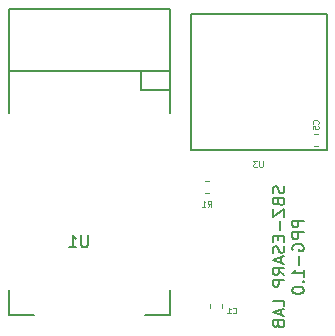
<source format=gbo>
G04 #@! TF.GenerationSoftware,KiCad,Pcbnew,(5.0.2)-1*
G04 #@! TF.CreationDate,2019-06-03T11:30:13-05:00*
G04 #@! TF.ProjectId,ppg,7070672e-6b69-4636-9164-5f7063625858,V01*
G04 #@! TF.SameCoordinates,Original*
G04 #@! TF.FileFunction,Legend,Bot*
G04 #@! TF.FilePolarity,Positive*
%FSLAX46Y46*%
G04 Gerber Fmt 4.6, Leading zero omitted, Abs format (unit mm)*
G04 Created by KiCad (PCBNEW (5.0.2)-1) date 6/3/2019 11:30:13 AM*
%MOMM*%
%LPD*%
G01*
G04 APERTURE LIST*
%ADD10C,0.150000*%
%ADD11C,0.120000*%
%ADD12C,0.088900*%
%ADD13C,0.050000*%
G04 APERTURE END LIST*
D10*
X130643761Y-107331619D02*
X130691380Y-107474476D01*
X130691380Y-107712571D01*
X130643761Y-107807809D01*
X130596142Y-107855428D01*
X130500904Y-107903047D01*
X130405666Y-107903047D01*
X130310428Y-107855428D01*
X130262809Y-107807809D01*
X130215190Y-107712571D01*
X130167571Y-107522095D01*
X130119952Y-107426857D01*
X130072333Y-107379238D01*
X129977095Y-107331619D01*
X129881857Y-107331619D01*
X129786619Y-107379238D01*
X129739000Y-107426857D01*
X129691380Y-107522095D01*
X129691380Y-107760190D01*
X129739000Y-107903047D01*
X130167571Y-108664952D02*
X130215190Y-108807809D01*
X130262809Y-108855428D01*
X130358047Y-108903047D01*
X130500904Y-108903047D01*
X130596142Y-108855428D01*
X130643761Y-108807809D01*
X130691380Y-108712571D01*
X130691380Y-108331619D01*
X129691380Y-108331619D01*
X129691380Y-108664952D01*
X129739000Y-108760190D01*
X129786619Y-108807809D01*
X129881857Y-108855428D01*
X129977095Y-108855428D01*
X130072333Y-108807809D01*
X130119952Y-108760190D01*
X130167571Y-108664952D01*
X130167571Y-108331619D01*
X129691380Y-109236380D02*
X129691380Y-109903047D01*
X130691380Y-109236380D01*
X130691380Y-109903047D01*
X130310428Y-110284000D02*
X130310428Y-111045904D01*
X130167571Y-111522095D02*
X130167571Y-111855428D01*
X130691380Y-111998285D02*
X130691380Y-111522095D01*
X129691380Y-111522095D01*
X129691380Y-111998285D01*
X130643761Y-112379238D02*
X130691380Y-112522095D01*
X130691380Y-112760190D01*
X130643761Y-112855428D01*
X130596142Y-112903047D01*
X130500904Y-112950666D01*
X130405666Y-112950666D01*
X130310428Y-112903047D01*
X130262809Y-112855428D01*
X130215190Y-112760190D01*
X130167571Y-112569714D01*
X130119952Y-112474476D01*
X130072333Y-112426857D01*
X129977095Y-112379238D01*
X129881857Y-112379238D01*
X129786619Y-112426857D01*
X129739000Y-112474476D01*
X129691380Y-112569714D01*
X129691380Y-112807809D01*
X129739000Y-112950666D01*
X130405666Y-113331619D02*
X130405666Y-113807809D01*
X130691380Y-113236380D02*
X129691380Y-113569714D01*
X130691380Y-113903047D01*
X130691380Y-114807809D02*
X130215190Y-114474476D01*
X130691380Y-114236380D02*
X129691380Y-114236380D01*
X129691380Y-114617333D01*
X129739000Y-114712571D01*
X129786619Y-114760190D01*
X129881857Y-114807809D01*
X130024714Y-114807809D01*
X130119952Y-114760190D01*
X130167571Y-114712571D01*
X130215190Y-114617333D01*
X130215190Y-114236380D01*
X130691380Y-115236380D02*
X129691380Y-115236380D01*
X129691380Y-115617333D01*
X129739000Y-115712571D01*
X129786619Y-115760190D01*
X129881857Y-115807809D01*
X130024714Y-115807809D01*
X130119952Y-115760190D01*
X130167571Y-115712571D01*
X130215190Y-115617333D01*
X130215190Y-115236380D01*
X130691380Y-117474476D02*
X130691380Y-116998285D01*
X129691380Y-116998285D01*
X130405666Y-117760190D02*
X130405666Y-118236380D01*
X130691380Y-117664952D02*
X129691380Y-117998285D01*
X130691380Y-118331619D01*
X130167571Y-118998285D02*
X130215190Y-119141142D01*
X130262809Y-119188761D01*
X130358047Y-119236380D01*
X130500904Y-119236380D01*
X130596142Y-119188761D01*
X130643761Y-119141142D01*
X130691380Y-119045904D01*
X130691380Y-118664952D01*
X129691380Y-118664952D01*
X129691380Y-118998285D01*
X129739000Y-119093523D01*
X129786619Y-119141142D01*
X129881857Y-119188761D01*
X129977095Y-119188761D01*
X130072333Y-119141142D01*
X130119952Y-119093523D01*
X130167571Y-118998285D01*
X130167571Y-118664952D01*
X132341380Y-110212571D02*
X131341380Y-110212571D01*
X131341380Y-110593523D01*
X131389000Y-110688761D01*
X131436619Y-110736380D01*
X131531857Y-110784000D01*
X131674714Y-110784000D01*
X131769952Y-110736380D01*
X131817571Y-110688761D01*
X131865190Y-110593523D01*
X131865190Y-110212571D01*
X132341380Y-111212571D02*
X131341380Y-111212571D01*
X131341380Y-111593523D01*
X131389000Y-111688761D01*
X131436619Y-111736380D01*
X131531857Y-111784000D01*
X131674714Y-111784000D01*
X131769952Y-111736380D01*
X131817571Y-111688761D01*
X131865190Y-111593523D01*
X131865190Y-111212571D01*
X131389000Y-112736380D02*
X131341380Y-112641142D01*
X131341380Y-112498285D01*
X131389000Y-112355428D01*
X131484238Y-112260190D01*
X131579476Y-112212571D01*
X131769952Y-112164952D01*
X131912809Y-112164952D01*
X132103285Y-112212571D01*
X132198523Y-112260190D01*
X132293761Y-112355428D01*
X132341380Y-112498285D01*
X132341380Y-112593523D01*
X132293761Y-112736380D01*
X132246142Y-112784000D01*
X131912809Y-112784000D01*
X131912809Y-112593523D01*
X131960428Y-113212571D02*
X131960428Y-113974476D01*
X132341380Y-114974476D02*
X132341380Y-114403047D01*
X132341380Y-114688761D02*
X131341380Y-114688761D01*
X131484238Y-114593523D01*
X131579476Y-114498285D01*
X131627095Y-114403047D01*
X132246142Y-115403047D02*
X132293761Y-115450666D01*
X132341380Y-115403047D01*
X132293761Y-115355428D01*
X132246142Y-115403047D01*
X132341380Y-115403047D01*
X131341380Y-116069714D02*
X131341380Y-116164952D01*
X131389000Y-116260190D01*
X131436619Y-116307809D01*
X131531857Y-116355428D01*
X131722333Y-116403047D01*
X131960428Y-116403047D01*
X132150904Y-116355428D01*
X132246142Y-116307809D01*
X132293761Y-116260190D01*
X132341380Y-116164952D01*
X132341380Y-116069714D01*
X132293761Y-115974476D01*
X132246142Y-115926857D01*
X132150904Y-115879238D01*
X131960428Y-115831619D01*
X131722333Y-115831619D01*
X131531857Y-115879238D01*
X131436619Y-115926857D01*
X131389000Y-115974476D01*
X131341380Y-116069714D01*
D11*
G04 #@! TO.C,C1*
X125440000Y-117254721D02*
X125440000Y-117580279D01*
X124420000Y-117254721D02*
X124420000Y-117580279D01*
G04 #@! TO.C,C5*
X133490279Y-102900000D02*
X133164721Y-102900000D01*
X133490279Y-103920000D02*
X133164721Y-103920000D01*
G04 #@! TO.C,R1*
X123947221Y-107890000D02*
X124272779Y-107890000D01*
X123947221Y-106870000D02*
X124272779Y-106870000D01*
D10*
G04 #@! TO.C,U1*
X120960000Y-99170000D02*
X118560000Y-99170000D01*
X118560000Y-99170000D02*
X118560000Y-97570000D01*
X120960000Y-97570000D02*
X107360000Y-97570000D01*
X120960000Y-101070000D02*
X120960000Y-92270000D01*
X120960000Y-92270000D02*
X107360000Y-92270000D01*
X107360000Y-92270000D02*
X107360000Y-101070000D01*
X109460000Y-118170000D02*
X107360000Y-118170000D01*
X107360000Y-118170000D02*
X107360000Y-116070000D01*
X118860000Y-118170000D02*
X120960000Y-118170000D01*
X120960000Y-118170000D02*
X120960000Y-116070000D01*
G04 #@! TO.C,U3*
X122776000Y-104226000D02*
X134276000Y-104226000D01*
X122776000Y-104226000D02*
X122776000Y-92726000D01*
X122776000Y-92726000D02*
X134276000Y-92726000D01*
X134276000Y-92726000D02*
X134276000Y-104226000D01*
G04 #@! TO.C,C1*
D12*
X126321333Y-118034571D02*
X126345142Y-118058380D01*
X126416571Y-118082190D01*
X126464190Y-118082190D01*
X126535619Y-118058380D01*
X126583238Y-118010761D01*
X126607047Y-117963142D01*
X126630857Y-117867904D01*
X126630857Y-117796476D01*
X126607047Y-117701238D01*
X126583238Y-117653619D01*
X126535619Y-117606000D01*
X126464190Y-117582190D01*
X126416571Y-117582190D01*
X126345142Y-117606000D01*
X126321333Y-117629809D01*
X125845142Y-118082190D02*
X126130857Y-118082190D01*
X125988000Y-118082190D02*
X125988000Y-117582190D01*
X126035619Y-117653619D01*
X126083238Y-117701238D01*
X126130857Y-117725047D01*
G04 #@! TO.C,C5*
X133528571Y-102024666D02*
X133552380Y-102000857D01*
X133576190Y-101929428D01*
X133576190Y-101881809D01*
X133552380Y-101810380D01*
X133504761Y-101762761D01*
X133457142Y-101738952D01*
X133361904Y-101715142D01*
X133290476Y-101715142D01*
X133195238Y-101738952D01*
X133147619Y-101762761D01*
X133100000Y-101810380D01*
X133076190Y-101881809D01*
X133076190Y-101929428D01*
X133100000Y-102000857D01*
X133123809Y-102024666D01*
X133076190Y-102477047D02*
X133076190Y-102238952D01*
X133314285Y-102215142D01*
X133290476Y-102238952D01*
X133266666Y-102286571D01*
X133266666Y-102405619D01*
X133290476Y-102453238D01*
X133314285Y-102477047D01*
X133361904Y-102500857D01*
X133480952Y-102500857D01*
X133528571Y-102477047D01*
X133552380Y-102453238D01*
X133576190Y-102405619D01*
X133576190Y-102286571D01*
X133552380Y-102238952D01*
X133528571Y-102215142D01*
G04 #@! TO.C,R1*
X124193333Y-109036190D02*
X124360000Y-108798095D01*
X124479047Y-109036190D02*
X124479047Y-108536190D01*
X124288571Y-108536190D01*
X124240952Y-108560000D01*
X124217142Y-108583809D01*
X124193333Y-108631428D01*
X124193333Y-108702857D01*
X124217142Y-108750476D01*
X124240952Y-108774285D01*
X124288571Y-108798095D01*
X124479047Y-108798095D01*
X123717142Y-109036190D02*
X124002857Y-109036190D01*
X123860000Y-109036190D02*
X123860000Y-108536190D01*
X123907619Y-108607619D01*
X123955238Y-108655238D01*
X124002857Y-108679047D01*
G04 #@! TO.C,U1*
D10*
X114045904Y-111466380D02*
X114045904Y-112275904D01*
X113998285Y-112371142D01*
X113950666Y-112418761D01*
X113855428Y-112466380D01*
X113664952Y-112466380D01*
X113569714Y-112418761D01*
X113522095Y-112371142D01*
X113474476Y-112275904D01*
X113474476Y-111466380D01*
X112474476Y-112466380D02*
X113045904Y-112466380D01*
X112760190Y-112466380D02*
X112760190Y-111466380D01*
X112855428Y-111609238D01*
X112950666Y-111704476D01*
X113045904Y-111752095D01*
G04 #@! TO.C,U3*
D13*
X128846952Y-105192190D02*
X128846952Y-105596952D01*
X128823142Y-105644571D01*
X128799333Y-105668380D01*
X128751714Y-105692190D01*
X128656476Y-105692190D01*
X128608857Y-105668380D01*
X128585047Y-105644571D01*
X128561238Y-105596952D01*
X128561238Y-105192190D01*
X128370761Y-105192190D02*
X128061238Y-105192190D01*
X128227904Y-105382666D01*
X128156476Y-105382666D01*
X128108857Y-105406476D01*
X128085047Y-105430285D01*
X128061238Y-105477904D01*
X128061238Y-105596952D01*
X128085047Y-105644571D01*
X128108857Y-105668380D01*
X128156476Y-105692190D01*
X128299333Y-105692190D01*
X128346952Y-105668380D01*
X128370761Y-105644571D01*
G04 #@! TD*
M02*

</source>
